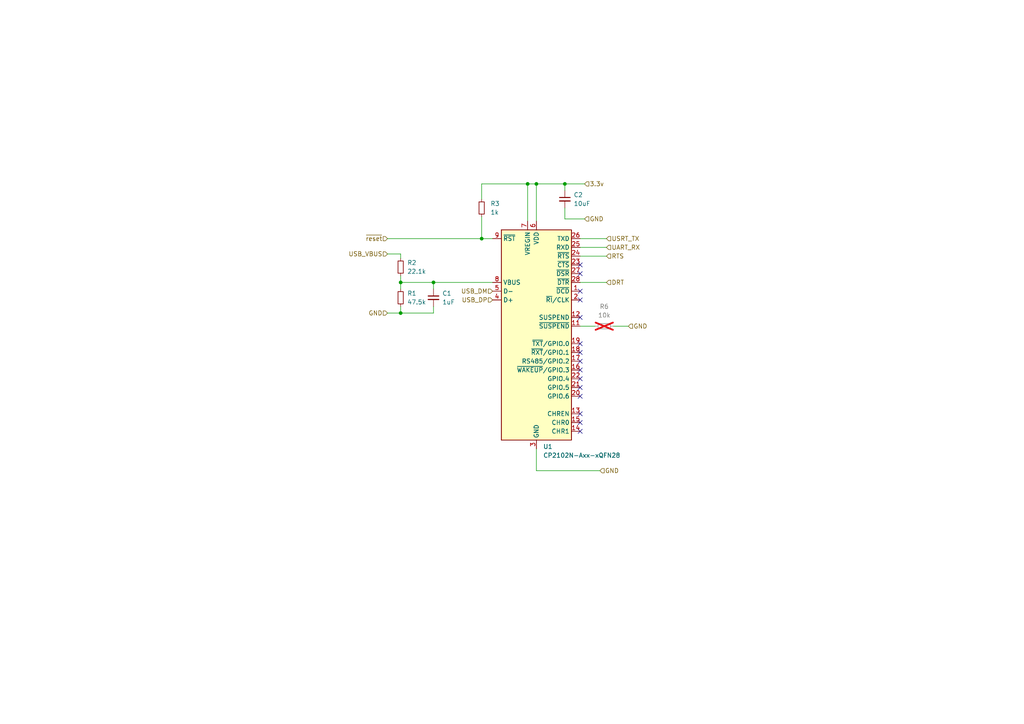
<source format=kicad_sch>
(kicad_sch (version 20230121) (generator eeschema)

  (uuid 1895faed-13c7-4877-930c-ef39a1d7419c)

  (paper "A4")

  (lib_symbols
    (symbol "Device:C_Small" (pin_numbers hide) (pin_names (offset 0.254) hide) (in_bom yes) (on_board yes)
      (property "Reference" "C" (at 0.254 1.778 0)
        (effects (font (size 1.27 1.27)) (justify left))
      )
      (property "Value" "C_Small" (at 0.254 -2.032 0)
        (effects (font (size 1.27 1.27)) (justify left))
      )
      (property "Footprint" "" (at 0 0 0)
        (effects (font (size 1.27 1.27)) hide)
      )
      (property "Datasheet" "~" (at 0 0 0)
        (effects (font (size 1.27 1.27)) hide)
      )
      (property "ki_keywords" "capacitor cap" (at 0 0 0)
        (effects (font (size 1.27 1.27)) hide)
      )
      (property "ki_description" "Unpolarized capacitor, small symbol" (at 0 0 0)
        (effects (font (size 1.27 1.27)) hide)
      )
      (property "ki_fp_filters" "C_*" (at 0 0 0)
        (effects (font (size 1.27 1.27)) hide)
      )
      (symbol "C_Small_0_1"
        (polyline
          (pts
            (xy -1.524 -0.508)
            (xy 1.524 -0.508)
          )
          (stroke (width 0.3302) (type default))
          (fill (type none))
        )
        (polyline
          (pts
            (xy -1.524 0.508)
            (xy 1.524 0.508)
          )
          (stroke (width 0.3048) (type default))
          (fill (type none))
        )
      )
      (symbol "C_Small_1_1"
        (pin passive line (at 0 2.54 270) (length 2.032)
          (name "~" (effects (font (size 1.27 1.27))))
          (number "1" (effects (font (size 1.27 1.27))))
        )
        (pin passive line (at 0 -2.54 90) (length 2.032)
          (name "~" (effects (font (size 1.27 1.27))))
          (number "2" (effects (font (size 1.27 1.27))))
        )
      )
    )
    (symbol "Device:R_Small" (pin_numbers hide) (pin_names (offset 0.254) hide) (in_bom yes) (on_board yes)
      (property "Reference" "R" (at 0.762 0.508 0)
        (effects (font (size 1.27 1.27)) (justify left))
      )
      (property "Value" "R_Small" (at 0.762 -1.016 0)
        (effects (font (size 1.27 1.27)) (justify left))
      )
      (property "Footprint" "" (at 0 0 0)
        (effects (font (size 1.27 1.27)) hide)
      )
      (property "Datasheet" "~" (at 0 0 0)
        (effects (font (size 1.27 1.27)) hide)
      )
      (property "ki_keywords" "R resistor" (at 0 0 0)
        (effects (font (size 1.27 1.27)) hide)
      )
      (property "ki_description" "Resistor, small symbol" (at 0 0 0)
        (effects (font (size 1.27 1.27)) hide)
      )
      (property "ki_fp_filters" "R_*" (at 0 0 0)
        (effects (font (size 1.27 1.27)) hide)
      )
      (symbol "R_Small_0_1"
        (rectangle (start -0.762 1.778) (end 0.762 -1.778)
          (stroke (width 0.2032) (type default))
          (fill (type none))
        )
      )
      (symbol "R_Small_1_1"
        (pin passive line (at 0 2.54 270) (length 0.762)
          (name "~" (effects (font (size 1.27 1.27))))
          (number "1" (effects (font (size 1.27 1.27))))
        )
        (pin passive line (at 0 -2.54 90) (length 0.762)
          (name "~" (effects (font (size 1.27 1.27))))
          (number "2" (effects (font (size 1.27 1.27))))
        )
      )
    )
    (symbol "Interface_USB:CP2102N-Axx-xQFN28" (in_bom yes) (on_board yes)
      (property "Reference" "U" (at -8.89 31.75 0)
        (effects (font (size 1.27 1.27)))
      )
      (property "Value" "CP2102N-Axx-xQFN28" (at 12.7 31.75 0)
        (effects (font (size 1.27 1.27)))
      )
      (property "Footprint" "Package_DFN_QFN:QFN-28-1EP_5x5mm_P0.5mm_EP3.35x3.35mm" (at 33.02 -31.75 0)
        (effects (font (size 1.27 1.27)) hide)
      )
      (property "Datasheet" "https://www.silabs.com/documents/public/data-sheets/cp2102n-datasheet.pdf" (at 1.27 -19.05 0)
        (effects (font (size 1.27 1.27)) hide)
      )
      (property "ki_keywords" "USB UART bridge" (at 0 0 0)
        (effects (font (size 1.27 1.27)) hide)
      )
      (property "ki_description" "USB to UART master bridge, QFN-28" (at 0 0 0)
        (effects (font (size 1.27 1.27)) hide)
      )
      (property "ki_fp_filters" "QFN*1EP*5x5mm*P0.5mm*" (at 0 0 0)
        (effects (font (size 1.27 1.27)) hide)
      )
      (symbol "CP2102N-Axx-xQFN28_0_1"
        (rectangle (start -10.16 30.48) (end 10.16 -30.48)
          (stroke (width 0.254) (type default))
          (fill (type background))
        )
      )
      (symbol "CP2102N-Axx-xQFN28_1_1"
        (pin input line (at 12.7 12.7 180) (length 2.54)
          (name "~{DCD}" (effects (font (size 1.27 1.27))))
          (number "1" (effects (font (size 1.27 1.27))))
        )
        (pin no_connect line (at -10.16 -27.94 0) (length 2.54) hide
          (name "NC" (effects (font (size 1.27 1.27))))
          (number "10" (effects (font (size 1.27 1.27))))
        )
        (pin output line (at 12.7 2.54 180) (length 2.54)
          (name "~{SUSPEND}" (effects (font (size 1.27 1.27))))
          (number "11" (effects (font (size 1.27 1.27))))
        )
        (pin output line (at 12.7 5.08 180) (length 2.54)
          (name "SUSPEND" (effects (font (size 1.27 1.27))))
          (number "12" (effects (font (size 1.27 1.27))))
        )
        (pin output line (at 12.7 -22.86 180) (length 2.54)
          (name "CHREN" (effects (font (size 1.27 1.27))))
          (number "13" (effects (font (size 1.27 1.27))))
        )
        (pin output line (at 12.7 -27.94 180) (length 2.54)
          (name "CHR1" (effects (font (size 1.27 1.27))))
          (number "14" (effects (font (size 1.27 1.27))))
        )
        (pin output line (at 12.7 -25.4 180) (length 2.54)
          (name "CHR0" (effects (font (size 1.27 1.27))))
          (number "15" (effects (font (size 1.27 1.27))))
        )
        (pin bidirectional line (at 12.7 -10.16 180) (length 2.54)
          (name "~{WAKEUP}/GPIO.3" (effects (font (size 1.27 1.27))))
          (number "16" (effects (font (size 1.27 1.27))))
        )
        (pin bidirectional line (at 12.7 -7.62 180) (length 2.54)
          (name "RS485/GPIO.2" (effects (font (size 1.27 1.27))))
          (number "17" (effects (font (size 1.27 1.27))))
        )
        (pin bidirectional line (at 12.7 -5.08 180) (length 2.54)
          (name "~{RXT}/GPIO.1" (effects (font (size 1.27 1.27))))
          (number "18" (effects (font (size 1.27 1.27))))
        )
        (pin bidirectional line (at 12.7 -2.54 180) (length 2.54)
          (name "~{TXT}/GPIO.0" (effects (font (size 1.27 1.27))))
          (number "19" (effects (font (size 1.27 1.27))))
        )
        (pin bidirectional line (at 12.7 10.16 180) (length 2.54)
          (name "~{RI}/CLK" (effects (font (size 1.27 1.27))))
          (number "2" (effects (font (size 1.27 1.27))))
        )
        (pin bidirectional line (at 12.7 -17.78 180) (length 2.54)
          (name "GPIO.6" (effects (font (size 1.27 1.27))))
          (number "20" (effects (font (size 1.27 1.27))))
        )
        (pin bidirectional line (at 12.7 -15.24 180) (length 2.54)
          (name "GPIO.5" (effects (font (size 1.27 1.27))))
          (number "21" (effects (font (size 1.27 1.27))))
        )
        (pin bidirectional line (at 12.7 -12.7 180) (length 2.54)
          (name "GPIO.4" (effects (font (size 1.27 1.27))))
          (number "22" (effects (font (size 1.27 1.27))))
        )
        (pin input line (at 12.7 20.32 180) (length 2.54)
          (name "~{CTS}" (effects (font (size 1.27 1.27))))
          (number "23" (effects (font (size 1.27 1.27))))
        )
        (pin output line (at 12.7 22.86 180) (length 2.54)
          (name "~{RTS}" (effects (font (size 1.27 1.27))))
          (number "24" (effects (font (size 1.27 1.27))))
        )
        (pin input line (at 12.7 25.4 180) (length 2.54)
          (name "RXD" (effects (font (size 1.27 1.27))))
          (number "25" (effects (font (size 1.27 1.27))))
        )
        (pin output line (at 12.7 27.94 180) (length 2.54)
          (name "TXD" (effects (font (size 1.27 1.27))))
          (number "26" (effects (font (size 1.27 1.27))))
        )
        (pin input line (at 12.7 17.78 180) (length 2.54)
          (name "~{DSR}" (effects (font (size 1.27 1.27))))
          (number "27" (effects (font (size 1.27 1.27))))
        )
        (pin output line (at 12.7 15.24 180) (length 2.54)
          (name "~{DTR}" (effects (font (size 1.27 1.27))))
          (number "28" (effects (font (size 1.27 1.27))))
        )
        (pin passive line (at 0 -33.02 90) (length 2.54) hide
          (name "GND" (effects (font (size 1.27 1.27))))
          (number "29" (effects (font (size 1.27 1.27))))
        )
        (pin power_in line (at 0 -33.02 90) (length 2.54)
          (name "GND" (effects (font (size 1.27 1.27))))
          (number "3" (effects (font (size 1.27 1.27))))
        )
        (pin bidirectional line (at -12.7 10.16 0) (length 2.54)
          (name "D+" (effects (font (size 1.27 1.27))))
          (number "4" (effects (font (size 1.27 1.27))))
        )
        (pin bidirectional line (at -12.7 12.7 0) (length 2.54)
          (name "D-" (effects (font (size 1.27 1.27))))
          (number "5" (effects (font (size 1.27 1.27))))
        )
        (pin power_in line (at 0 33.02 270) (length 2.54)
          (name "VDD" (effects (font (size 1.27 1.27))))
          (number "6" (effects (font (size 1.27 1.27))))
        )
        (pin power_in line (at -2.54 33.02 270) (length 2.54)
          (name "VREGIN" (effects (font (size 1.27 1.27))))
          (number "7" (effects (font (size 1.27 1.27))))
        )
        (pin input line (at -12.7 15.24 0) (length 2.54)
          (name "VBUS" (effects (font (size 1.27 1.27))))
          (number "8" (effects (font (size 1.27 1.27))))
        )
        (pin input line (at -12.7 27.94 0) (length 2.54)
          (name "~{RST}" (effects (font (size 1.27 1.27))))
          (number "9" (effects (font (size 1.27 1.27))))
        )
      )
    )
  )

  (junction (at 116.205 81.915) (diameter 0) (color 0 0 0 0)
    (uuid 0ce0c7a5-cbca-4dab-a063-443e3e5e765c)
  )
  (junction (at 116.205 90.805) (diameter 0) (color 0 0 0 0)
    (uuid 4cfa0c5c-a1f4-4edf-9d59-bd2783c8fa58)
  )
  (junction (at 125.73 81.915) (diameter 0) (color 0 0 0 0)
    (uuid 778f9fd3-1507-4c68-8a94-406a4c7c22ab)
  )
  (junction (at 155.575 53.34) (diameter 0) (color 0 0 0 0)
    (uuid 8ba9a772-e00b-4d26-bca4-ee6b92e37db7)
  )
  (junction (at 153.035 53.34) (diameter 0) (color 0 0 0 0)
    (uuid f195bc0a-a351-49eb-bca3-44d5f24b668e)
  )
  (junction (at 163.83 53.34) (diameter 0) (color 0 0 0 0)
    (uuid f7c6060c-d605-459e-a5c1-fc95aa433aba)
  )
  (junction (at 139.7 69.215) (diameter 0) (color 0 0 0 0)
    (uuid f82b53e8-f49c-4b65-aaf9-f6cdf40cea45)
  )

  (no_connect (at 168.275 86.995) (uuid 0d851dce-f6a4-4d0e-8abe-3b549ad34319))
  (no_connect (at 168.275 79.375) (uuid 2278c544-bce3-499d-a7e5-3286880d8a25))
  (no_connect (at 168.275 114.935) (uuid 52ea310d-43d1-43b8-bc9a-0c90eb5aa91b))
  (no_connect (at 168.275 112.395) (uuid 5b115c6f-bc41-4775-91fd-dd5c35c17fde))
  (no_connect (at 168.275 107.315) (uuid 5f2f0a93-3000-4d9d-98a3-7d37f98d93fb))
  (no_connect (at 168.275 76.835) (uuid 735b75f4-27de-4596-8012-d551e8c6c432))
  (no_connect (at 168.275 102.235) (uuid 8af7cef5-b139-4ed3-94f2-c761c2099924))
  (no_connect (at 168.275 109.855) (uuid 9031994d-6dd6-4172-8531-a7fe000fc0d0))
  (no_connect (at 168.275 99.695) (uuid 9a384fcd-915c-413e-aaf8-4ceec81bd8bb))
  (no_connect (at 168.275 92.075) (uuid c56dcccd-dcd7-49e3-a80b-d6ef83ffd048))
  (no_connect (at 168.275 125.095) (uuid c601ba25-88c6-45a4-bc98-8aa5654e96a8))
  (no_connect (at 168.275 120.015) (uuid dfb86b86-0008-4f5f-a195-14473bf02f1f))
  (no_connect (at 168.275 122.555) (uuid eb291df7-cd83-409f-a6eb-dfe6c2870854))
  (no_connect (at 168.275 84.455) (uuid ec887b1a-f21e-4351-acb9-8636851134d5))
  (no_connect (at 168.275 104.775) (uuid fc53e9c3-33fc-488d-9f8c-90d2d86b0149))

  (wire (pts (xy 168.275 71.755) (xy 175.895 71.755))
    (stroke (width 0) (type default))
    (uuid 15ac89b2-2341-40b7-8bbd-7c80d136cf8a)
  )
  (wire (pts (xy 116.205 81.915) (xy 116.205 83.82))
    (stroke (width 0) (type default))
    (uuid 1fc357b7-71c9-42f6-86aa-dcfa353c5d30)
  )
  (wire (pts (xy 116.205 88.9) (xy 116.205 90.805))
    (stroke (width 0) (type default))
    (uuid 2115f323-dd4c-44e4-933e-b6a6adb7f3da)
  )
  (wire (pts (xy 153.035 53.34) (xy 155.575 53.34))
    (stroke (width 0) (type default))
    (uuid 269d7bdc-2a93-4371-b9f5-dc40ada3e1b5)
  )
  (wire (pts (xy 116.205 90.805) (xy 125.73 90.805))
    (stroke (width 0) (type default))
    (uuid 2c1eb157-ef04-44e4-b47c-b82f901c3731)
  )
  (wire (pts (xy 155.575 53.34) (xy 155.575 64.135))
    (stroke (width 0) (type default))
    (uuid 2e676a86-b51b-4515-ba2e-8af9c3d2c9b8)
  )
  (wire (pts (xy 112.395 73.66) (xy 116.205 73.66))
    (stroke (width 0) (type default))
    (uuid 351019d2-e532-4766-8c87-85ab9131bd0e)
  )
  (wire (pts (xy 139.7 69.215) (xy 142.875 69.215))
    (stroke (width 0) (type default))
    (uuid 3914febb-7050-4139-a0bc-52f3f6e7b781)
  )
  (wire (pts (xy 177.8 94.615) (xy 182.245 94.615))
    (stroke (width 0) (type default))
    (uuid 3b3aa545-7601-4146-a17f-54e210509b9a)
  )
  (wire (pts (xy 142.875 81.915) (xy 125.73 81.915))
    (stroke (width 0) (type default))
    (uuid 3f3877d9-41eb-4359-8864-e35d7a645de5)
  )
  (wire (pts (xy 112.395 69.215) (xy 139.7 69.215))
    (stroke (width 0) (type default))
    (uuid 4dbde7f2-cd8c-472e-9f7c-75c04021dc9a)
  )
  (wire (pts (xy 163.83 53.34) (xy 163.83 55.245))
    (stroke (width 0) (type default))
    (uuid 51afdf67-51d3-4311-8174-081a61a98c0e)
  )
  (wire (pts (xy 168.275 94.615) (xy 172.72 94.615))
    (stroke (width 0) (type default))
    (uuid 63003110-3a70-4440-9e1e-b66a3dae7ca4)
  )
  (wire (pts (xy 173.99 136.525) (xy 155.575 136.525))
    (stroke (width 0) (type default))
    (uuid 71b1536b-dfda-459b-893d-ebaa2ffa5054)
  )
  (wire (pts (xy 139.7 62.865) (xy 139.7 69.215))
    (stroke (width 0) (type default))
    (uuid 74c915c9-7090-4c80-936c-9c1bf338713c)
  )
  (wire (pts (xy 125.73 81.915) (xy 125.73 83.82))
    (stroke (width 0) (type default))
    (uuid 750c0402-3fed-4e09-bcd1-710d7c8bdda2)
  )
  (wire (pts (xy 163.83 63.5) (xy 163.83 60.325))
    (stroke (width 0) (type default))
    (uuid 75172807-2c9d-458c-8561-9a99d829187d)
  )
  (wire (pts (xy 155.575 53.34) (xy 163.83 53.34))
    (stroke (width 0) (type default))
    (uuid 76949118-74dc-4d46-8212-0e68eacb0208)
  )
  (wire (pts (xy 116.205 80.01) (xy 116.205 81.915))
    (stroke (width 0) (type default))
    (uuid 7950716d-00b9-417d-9f83-ac841231f292)
  )
  (wire (pts (xy 168.275 81.915) (xy 175.895 81.915))
    (stroke (width 0) (type default))
    (uuid 7bdaa1bd-f402-4d44-9192-8c308c86b630)
  )
  (wire (pts (xy 116.205 73.66) (xy 116.205 74.93))
    (stroke (width 0) (type default))
    (uuid 7c26bd0f-e85c-4ad0-88fd-aaf6d5223e69)
  )
  (wire (pts (xy 155.575 136.525) (xy 155.575 130.175))
    (stroke (width 0) (type default))
    (uuid 933cc00f-6d57-4ced-9335-a472f6d645b7)
  )
  (wire (pts (xy 125.73 81.915) (xy 116.205 81.915))
    (stroke (width 0) (type default))
    (uuid 9bbfb0fc-df17-47c0-94d0-7e0077d9be26)
  )
  (wire (pts (xy 125.73 90.805) (xy 125.73 88.9))
    (stroke (width 0) (type default))
    (uuid 9df35eae-4d9e-48c8-8c71-27c8c408c798)
  )
  (wire (pts (xy 163.83 53.34) (xy 169.545 53.34))
    (stroke (width 0) (type default))
    (uuid ab9ba017-1b33-48c2-b883-c78b804b23f4)
  )
  (wire (pts (xy 168.275 69.215) (xy 175.895 69.215))
    (stroke (width 0) (type default))
    (uuid b56bbc04-0c3b-4675-9764-e8e5a772f1a3)
  )
  (wire (pts (xy 168.275 74.295) (xy 175.895 74.295))
    (stroke (width 0) (type default))
    (uuid bf5149d6-f9d5-45b4-b904-2b9f23ee7fa8)
  )
  (wire (pts (xy 153.035 64.135) (xy 153.035 53.34))
    (stroke (width 0) (type default))
    (uuid c3e5a53d-5041-400f-97f8-4d581111c959)
  )
  (wire (pts (xy 169.545 63.5) (xy 163.83 63.5))
    (stroke (width 0) (type default))
    (uuid c47b68ff-f0f2-48c5-b955-f1604e4d2a71)
  )
  (wire (pts (xy 112.395 90.805) (xy 116.205 90.805))
    (stroke (width 0) (type default))
    (uuid de9d6b51-84f5-4104-ac48-e65fa85db7bf)
  )
  (wire (pts (xy 153.035 53.34) (xy 139.7 53.34))
    (stroke (width 0) (type default))
    (uuid f6042329-59e9-40d0-8ef2-f4f7ede4b64b)
  )
  (wire (pts (xy 139.7 53.34) (xy 139.7 57.785))
    (stroke (width 0) (type default))
    (uuid f7f3e6f8-fa35-4eb5-8712-7a6e1076e41c)
  )

  (hierarchical_label "UART_RX" (shape input) (at 175.895 71.755 0) (fields_autoplaced)
    (effects (font (size 1.27 1.27)) (justify left))
    (uuid 071c3d31-047e-40b5-acd8-ff8665bcd993)
  )
  (hierarchical_label "GND" (shape input) (at 173.99 136.525 0) (fields_autoplaced)
    (effects (font (size 1.27 1.27)) (justify left))
    (uuid 3a157695-9c71-4123-9d47-e9f157bde643)
  )
  (hierarchical_label "USRT_TX" (shape input) (at 175.895 69.215 0) (fields_autoplaced)
    (effects (font (size 1.27 1.27)) (justify left))
    (uuid 4c907af6-6e23-4ca1-b947-3d23bb968aee)
  )
  (hierarchical_label "USB_DM" (shape input) (at 142.875 84.455 180) (fields_autoplaced)
    (effects (font (size 1.27 1.27)) (justify right))
    (uuid 516ff335-b481-495e-8090-f80b1464fc60)
  )
  (hierarchical_label "USB_VBUS" (shape input) (at 112.395 73.66 180) (fields_autoplaced)
    (effects (font (size 1.27 1.27)) (justify right))
    (uuid 5d73296f-c333-4e64-ab4b-c6cc760b45f9)
  )
  (hierarchical_label "RTS" (shape input) (at 175.895 74.295 0) (fields_autoplaced)
    (effects (font (size 1.27 1.27)) (justify left))
    (uuid 7a2caaa4-adfe-4eae-9a4a-6a39f79e0736)
  )
  (hierarchical_label "3.3v" (shape input) (at 169.545 53.34 0) (fields_autoplaced)
    (effects (font (size 1.27 1.27)) (justify left))
    (uuid 8024ad33-32af-4a47-a4e5-3d81b4ff93b6)
  )
  (hierarchical_label "GND" (shape input) (at 112.395 90.805 180) (fields_autoplaced)
    (effects (font (size 1.27 1.27)) (justify right))
    (uuid 8d0d01e3-71c7-4593-80e9-0dc2c9861226)
  )
  (hierarchical_label "GND" (shape input) (at 169.545 63.5 0) (fields_autoplaced)
    (effects (font (size 1.27 1.27)) (justify left))
    (uuid a0ba34f6-907b-4bbe-b444-41b1d14c9f98)
  )
  (hierarchical_label "USB_DP" (shape input) (at 142.875 86.995 180) (fields_autoplaced)
    (effects (font (size 1.27 1.27)) (justify right))
    (uuid b8889fc8-5da7-4bd3-a535-1cc023792c74)
  )
  (hierarchical_label "GND" (shape input) (at 182.245 94.615 0) (fields_autoplaced)
    (effects (font (size 1.27 1.27)) (justify left))
    (uuid d352298d-b6b1-4d0d-8b3a-99826faa5f8c)
  )
  (hierarchical_label "~{reset}" (shape input) (at 112.395 69.215 180) (fields_autoplaced)
    (effects (font (size 1.27 1.27)) (justify right))
    (uuid eb390fb9-4578-4c20-a346-283e09a90815)
  )
  (hierarchical_label "DRT" (shape input) (at 175.895 81.915 0) (fields_autoplaced)
    (effects (font (size 1.27 1.27)) (justify left))
    (uuid f13c1e03-a735-4084-9b94-f5ec3f2282b7)
  )

  (symbol (lib_id "Device:C_Small") (at 125.73 86.36 0) (unit 1)
    (in_bom yes) (on_board yes) (dnp no) (fields_autoplaced)
    (uuid 16d5e78d-476d-459d-8dbc-0d6c66cafabf)
    (property "Reference" "C1" (at 128.27 85.0963 0)
      (effects (font (size 1.27 1.27)) (justify left))
    )
    (property "Value" "1uF" (at 128.27 87.6363 0)
      (effects (font (size 1.27 1.27)) (justify left))
    )
    (property "Footprint" "" (at 125.73 86.36 0)
      (effects (font (size 1.27 1.27)) hide)
    )
    (property "Datasheet" "~" (at 125.73 86.36 0)
      (effects (font (size 1.27 1.27)) hide)
    )
    (pin "1" (uuid d3edf242-167b-4095-a028-e9b5d7d9dc41))
    (pin "2" (uuid 4e631c2d-79dc-470a-b799-dd88980d9c65))
    (instances
      (project "board"
        (path "/57732dd3-1162-4c3f-88bd-31bf473d124d/767ce4c6-0e55-4543-92f0-34cb8237a544"
          (reference "C1") (unit 1)
        )
      )
    )
  )

  (symbol (lib_id "Device:R_Small") (at 139.7 60.325 0) (unit 1)
    (in_bom yes) (on_board yes) (dnp no) (fields_autoplaced)
    (uuid 615e72ed-9d95-45bb-a298-e84fd91d1ce2)
    (property "Reference" "R3" (at 142.24 59.055 0)
      (effects (font (size 1.27 1.27)) (justify left))
    )
    (property "Value" "1k" (at 142.24 61.595 0)
      (effects (font (size 1.27 1.27)) (justify left))
    )
    (property "Footprint" "Resistor_SMD:R_0603_1608Metric" (at 139.7 60.325 0)
      (effects (font (size 1.27 1.27)) hide)
    )
    (property "Datasheet" "~" (at 139.7 60.325 0)
      (effects (font (size 1.27 1.27)) hide)
    )
    (pin "1" (uuid cfcc2c51-0e68-431a-9792-598dd1462f1d))
    (pin "2" (uuid 1b248cba-b8c6-4624-8774-a1157209694a))
    (instances
      (project "board"
        (path "/57732dd3-1162-4c3f-88bd-31bf473d124d/767ce4c6-0e55-4543-92f0-34cb8237a544"
          (reference "R3") (unit 1)
        )
      )
    )
  )

  (symbol (lib_id "Device:R_Small") (at 175.26 94.615 90) (unit 1)
    (in_bom yes) (on_board yes) (dnp yes) (fields_autoplaced)
    (uuid 624af87e-3035-44ba-b304-4746ba31d63e)
    (property "Reference" "R6" (at 175.26 88.9 90)
      (effects (font (size 1.27 1.27)))
    )
    (property "Value" "10k" (at 175.26 91.44 90)
      (effects (font (size 1.27 1.27)))
    )
    (property "Footprint" "Resistor_SMD:R_0603_1608Metric" (at 175.26 94.615 0)
      (effects (font (size 1.27 1.27)) hide)
    )
    (property "Datasheet" "~" (at 175.26 94.615 0)
      (effects (font (size 1.27 1.27)) hide)
    )
    (pin "1" (uuid c09d8dac-fdd1-431f-a391-f8f5f140f47c))
    (pin "2" (uuid 6d853571-ec67-4fcc-9a6c-6413ded1158e))
    (instances
      (project "board"
        (path "/57732dd3-1162-4c3f-88bd-31bf473d124d/767ce4c6-0e55-4543-92f0-34cb8237a544"
          (reference "R6") (unit 1)
        )
      )
    )
  )

  (symbol (lib_id "Device:C_Small") (at 163.83 57.785 0) (unit 1)
    (in_bom yes) (on_board yes) (dnp no) (fields_autoplaced)
    (uuid 92de0406-c293-4f1b-8d47-731eb94dcfd1)
    (property "Reference" "C2" (at 166.37 56.5213 0)
      (effects (font (size 1.27 1.27)) (justify left))
    )
    (property "Value" "10uF" (at 166.37 59.0613 0)
      (effects (font (size 1.27 1.27)) (justify left))
    )
    (property "Footprint" "Capacitor_SMD:C_0603_1608Metric" (at 163.83 57.785 0)
      (effects (font (size 1.27 1.27)) hide)
    )
    (property "Datasheet" "~" (at 163.83 57.785 0)
      (effects (font (size 1.27 1.27)) hide)
    )
    (pin "1" (uuid da3a1164-9d51-4f8a-a7f4-74f73eece635))
    (pin "2" (uuid 73748764-caa0-4d19-ad94-e014c7a1693e))
    (instances
      (project "board"
        (path "/57732dd3-1162-4c3f-88bd-31bf473d124d/767ce4c6-0e55-4543-92f0-34cb8237a544"
          (reference "C2") (unit 1)
        )
      )
    )
  )

  (symbol (lib_id "Device:R_Small") (at 116.205 77.47 0) (unit 1)
    (in_bom yes) (on_board yes) (dnp no) (fields_autoplaced)
    (uuid ecb6c01b-b594-441a-9e5a-b41f6585bd80)
    (property "Reference" "R2" (at 118.11 76.2 0)
      (effects (font (size 1.27 1.27)) (justify left))
    )
    (property "Value" "22.1k" (at 118.11 78.74 0)
      (effects (font (size 1.27 1.27)) (justify left))
    )
    (property "Footprint" "Resistor_SMD:R_0603_1608Metric" (at 116.205 77.47 0)
      (effects (font (size 1.27 1.27)) hide)
    )
    (property "Datasheet" "~" (at 116.205 77.47 0)
      (effects (font (size 1.27 1.27)) hide)
    )
    (pin "1" (uuid f07fcb32-465a-421d-b9fd-52eec0e1382d))
    (pin "2" (uuid 662cfa61-7589-423f-8b3c-78f70e4607eb))
    (instances
      (project "board"
        (path "/57732dd3-1162-4c3f-88bd-31bf473d124d/767ce4c6-0e55-4543-92f0-34cb8237a544"
          (reference "R2") (unit 1)
        )
      )
    )
  )

  (symbol (lib_id "Interface_USB:CP2102N-Axx-xQFN28") (at 155.575 97.155 0) (unit 1)
    (in_bom yes) (on_board yes) (dnp no) (fields_autoplaced)
    (uuid eeae58c8-4793-4950-86b4-a8d971680060)
    (property "Reference" "U1" (at 157.5309 129.54 0)
      (effects (font (size 1.27 1.27)) (justify left))
    )
    (property "Value" "CP2102N-Axx-xQFN28" (at 157.5309 132.08 0)
      (effects (font (size 1.27 1.27)) (justify left))
    )
    (property "Footprint" "Package_DFN_QFN:QFN-28-1EP_5x5mm_P0.5mm_EP3.35x3.35mm" (at 188.595 128.905 0)
      (effects (font (size 1.27 1.27)) hide)
    )
    (property "Datasheet" "https://www.silabs.com/documents/public/data-sheets/cp2102n-datasheet.pdf" (at 156.845 116.205 0)
      (effects (font (size 1.27 1.27)) hide)
    )
    (pin "1" (uuid 7519bcdd-b9f8-4163-bdd8-fa6e56fd4015))
    (pin "10" (uuid f63cb31c-c586-425d-b114-9387277f7331))
    (pin "11" (uuid 7d21bf71-cf24-4ce1-87f5-a530f28ed619))
    (pin "12" (uuid bf0e1abf-a2cb-43df-865e-a6cc4372147c))
    (pin "13" (uuid f52b6631-7f5b-4067-8804-c76ac966837c))
    (pin "14" (uuid 6b54f427-fcfa-4bea-819c-1963c9ee7977))
    (pin "15" (uuid 16f7cedc-8725-4285-b575-7faf89411a2d))
    (pin "16" (uuid 776d4ed8-9e3d-4ad3-b6fe-d9ff98ecd1ed))
    (pin "17" (uuid 9382c943-a75d-4993-9792-874290841a13))
    (pin "18" (uuid eb45ffbe-ba09-4105-b6a2-39110b769a4c))
    (pin "19" (uuid 84033915-fb7b-4fe7-a0f4-d0dfe126ee1c))
    (pin "2" (uuid daf822a0-b2d5-4274-9c48-8a8368176cc6))
    (pin "20" (uuid b202e733-11ad-48dc-9831-638fa6aefc20))
    (pin "21" (uuid 4972ef9d-ebea-44ab-9250-de8f6322fc27))
    (pin "22" (uuid 2c7284f9-4496-4661-9f92-c4a3393714f8))
    (pin "23" (uuid 61cb7eb8-a629-482d-bb6d-c558d81aa61e))
    (pin "24" (uuid 8224acf5-3287-4aac-a1a2-be5aae16587b))
    (pin "25" (uuid ea750c50-1655-41f7-ac77-fd8b277948a4))
    (pin "26" (uuid dea14eb1-3671-4531-aef0-118df2a42edb))
    (pin "27" (uuid 9c7da8a2-8910-4c58-82a3-aa9ba51fdf4e))
    (pin "28" (uuid 97bb6795-1860-44c0-b03c-982913b9af46))
    (pin "29" (uuid 073b6012-cdf2-4746-87dd-744177222a9b))
    (pin "3" (uuid 834e3f37-a001-48b1-aff2-fc6ae29e014d))
    (pin "4" (uuid 2a295321-aeaf-472b-8d9c-21a7ca6582aa))
    (pin "5" (uuid ac89c603-7e5d-4a7b-a68f-da2e1ad4e053))
    (pin "6" (uuid b2f691a9-c376-4483-9ff1-0e721a62096d))
    (pin "7" (uuid ca9b043c-778c-4089-95a3-9007ef068d12))
    (pin "8" (uuid b08e3364-9cc4-4848-bf52-cbbf2d584edd))
    (pin "9" (uuid e1c96567-f19e-4e0b-8b0e-1b92dbad7bc8))
    (instances
      (project "board"
        (path "/57732dd3-1162-4c3f-88bd-31bf473d124d/767ce4c6-0e55-4543-92f0-34cb8237a544"
          (reference "U1") (unit 1)
        )
      )
    )
  )

  (symbol (lib_id "Device:R_Small") (at 116.205 86.36 0) (unit 1)
    (in_bom yes) (on_board yes) (dnp no) (fields_autoplaced)
    (uuid f778a2ee-40d4-49c3-a333-d5b21b463a57)
    (property "Reference" "R1" (at 118.11 85.09 0)
      (effects (font (size 1.27 1.27)) (justify left))
    )
    (property "Value" "47.5k" (at 118.11 87.63 0)
      (effects (font (size 1.27 1.27)) (justify left))
    )
    (property "Footprint" "Resistor_SMD:R_0603_1608Metric" (at 116.205 86.36 0)
      (effects (font (size 1.27 1.27)) hide)
    )
    (property "Datasheet" "~" (at 116.205 86.36 0)
      (effects (font (size 1.27 1.27)) hide)
    )
    (pin "1" (uuid 02d39114-c5d5-4d25-868c-da2f75200a1a))
    (pin "2" (uuid 43384be3-e131-4bfc-bdb0-a5efcb02e1eb))
    (instances
      (project "board"
        (path "/57732dd3-1162-4c3f-88bd-31bf473d124d/767ce4c6-0e55-4543-92f0-34cb8237a544"
          (reference "R1") (unit 1)
        )
      )
    )
  )
)

</source>
